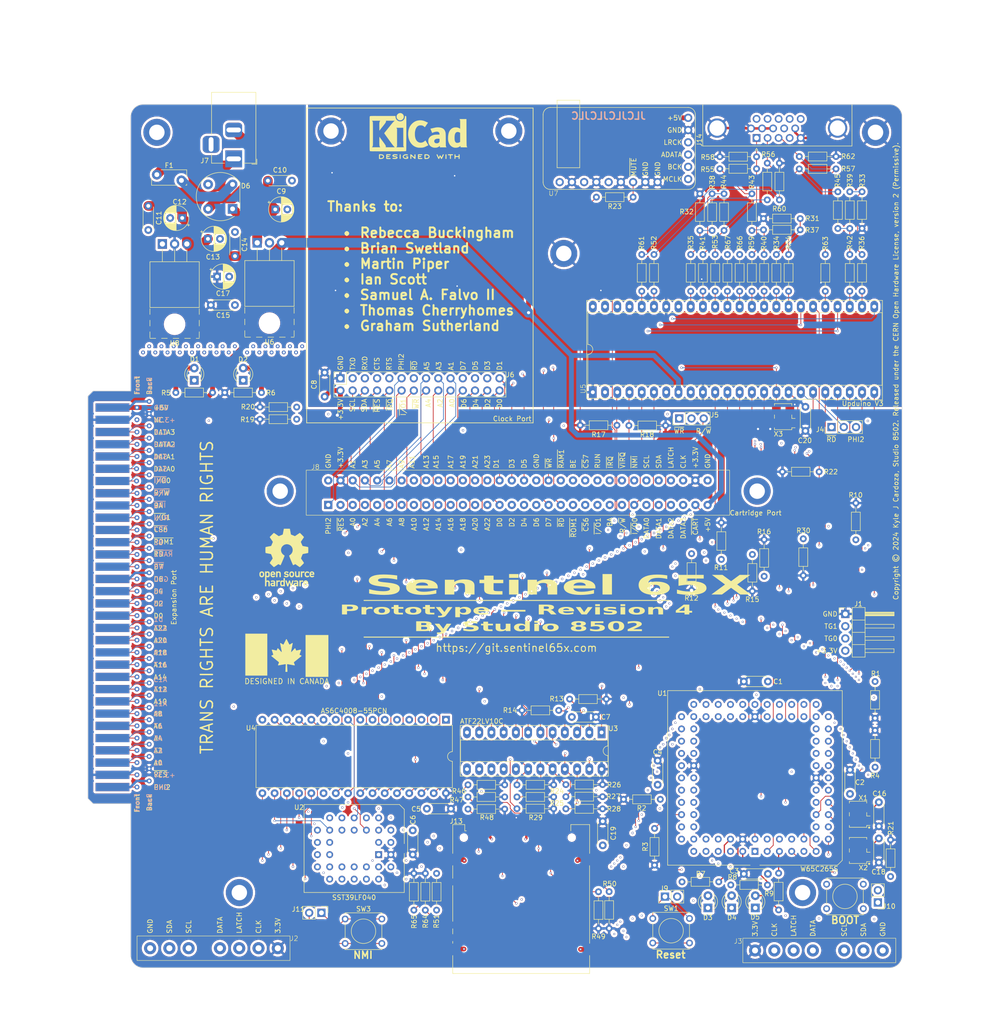
<source format=kicad_pcb>
(kicad_pcb
	(version 20240108)
	(generator "pcbnew")
	(generator_version "8.0")
	(general
		(thickness 1.6)
		(legacy_teardrops no)
	)
	(paper "A3")
	(layers
		(0 "F.Cu" signal "F.Cu (SMD)")
		(1 "In1.Cu" power "In1.Cu (GND)")
		(2 "In2.Cu" signal "In2.Cu (N-S)")
		(3 "In3.Cu" signal "In3.Cu. (E-W)")
		(4 "In4.Cu" power "In4.Cu (GND)")
		(31 "B.Cu" signal "B.Cu (MISC)")
		(32 "B.Adhes" user "B.Adhesive")
		(33 "F.Adhes" user "F.Adhesive")
		(34 "B.Paste" user)
		(35 "F.Paste" user)
		(36 "B.SilkS" user "B.Silkscreen")
		(37 "F.SilkS" user "F.Silkscreen")
		(38 "B.Mask" user)
		(39 "F.Mask" user)
		(40 "Dwgs.User" user "User.Drawings")
		(41 "Cmts.User" user "User.Comments")
		(42 "Eco1.User" user "User.Eco1")
		(43 "Eco2.User" user "User.Eco2")
		(44 "Edge.Cuts" user)
		(45 "Margin" user)
		(46 "B.CrtYd" user "B.Courtyard")
		(47 "F.CrtYd" user "F.Courtyard")
		(48 "B.Fab" user)
		(49 "F.Fab" user)
		(50 "User.1" user)
		(51 "User.2" user)
		(52 "User.3" user)
		(53 "User.4" user)
		(54 "User.5" user)
		(55 "User.6" user)
		(56 "User.7" user)
		(57 "User.8" user)
		(58 "User.9" user)
	)
	(setup
		(stackup
			(layer "F.SilkS"
				(type "Top Silk Screen")
				(color "White")
			)
			(layer "F.Paste"
				(type "Top Solder Paste")
			)
			(layer "F.Mask"
				(type "Top Solder Mask")
				(color "Red")
				(thickness 0.01)
			)
			(layer "F.Cu"
				(type "copper")
				(thickness 0.035)
			)
			(layer "dielectric 1"
				(type "prepreg")
				(thickness 0.1)
				(material "FR4")
				(epsilon_r 4.5)
				(loss_tangent 0.02)
			)
			(layer "In1.Cu"
				(type "copper")
				(thickness 0.035)
			)
			(layer "dielectric 2"
				(type "core")
				(thickness 0.535)
				(material "FR4")
				(epsilon_r 4.5)
				(loss_tangent 0.02)
			)
			(layer "In2.Cu"
				(type "copper")
				(thickness 0.035)
			)
			(layer "dielectric 3"
				(type "prepreg")
				(thickness 0.1)
				(material "FR4")
				(epsilon_r 4.5)
				(loss_tangent 0.02)
			)
			(layer "In3.Cu"
				(type "copper")
				(thickness 0.035)
			)
			(layer "dielectric 4"
				(type "core")
				(thickness 0.535)
				(material "FR4")
				(epsilon_r 4.5)
				(loss_tangent 0.02)
			)
			(layer "In4.Cu"
				(type "copper")
				(thickness 0.035)
			)
			(layer "dielectric 5"
				(type "prepreg")
				(color "#808080FF")
				(thickness 0.1)
				(material "FR4")
				(epsilon_r 4.5)
				(loss_tangent 0.02)
			)
			(layer "B.Cu"
				(type "copper")
				(thickness 0.035)
			)
			(layer "B.Mask"
				(type "Bottom Solder Mask")
				(color "Red")
				(thickness 0.01)
			)
			(layer "B.Paste"
				(type "Bottom Solder Paste")
			)
			(layer "B.SilkS"
				(type "Bottom Silk Screen")
				(color "White")
			)
			(copper_finish "None")
			(dielectric_constraints no)
		)
		(pad_to_mask_clearance 0)
		(allow_soldermask_bridges_in_footprints no)
		(grid_origin 123.070534 52.442679)
		(pcbplotparams
			(layerselection 0x00010fc_ffffffff)
			(plot_on_all_layers_selection 0x0000000_00000000)
			(disableapertmacros no)
			(usegerberextensions no)
			(usegerberattributes yes)
			(usegerberadvancedattributes yes)
			(creategerberjobfile yes)
			(dashed_line_dash_ratio 12.000000)
			(dashed_line_gap_ratio 3.000000)
			(svgprecision 4)
			(plotframeref no)
			(viasonmask no)
			(mode 1)
			(useauxorigin no)
			(hpglpennumber 1)
			(hpglpenspeed 20)
			(hpglpendiameter 15.000000)
			(pdf_front_fp_property_popups yes)
			(pdf_back_fp_property_popups yes)
			(dxfpolygonmode yes)
			(dxfimperialunits yes)
			(dxfusepcbnewfont yes)
			(psnegative no)
			(psa4output no)
			(plotreference yes)
			(plotvalue yes)
			(plotfptext yes)
			(plotinvisibletext no)
			(sketchpadsonfab no)
			(subtractmaskfromsilk no)
			(outputformat 1)
			(mirror no)
			(drillshape 0)
			(scaleselection 1)
			(outputdirectory "production/")
		)
	)
	(net 0 "")
	(net 1 "GND")
	(net 2 "+3.3V")
	(net 3 "/A1")
	(net 4 "/A3")
	(net 5 "/A5")
	(net 6 "/A7")
	(net 7 "/A9")
	(net 8 "/A11")
	(net 9 "/A13")
	(net 10 "/A15")
	(net 11 "/A17")
	(net 12 "/A19")
	(net 13 "/A21")
	(net 14 "/A23")
	(net 15 "/D1")
	(net 16 "/D3")
	(net 17 "/D5")
	(net 18 "/~{WR}")
	(net 19 "/BE")
	(net 20 "/RUN")
	(net 21 "/~{IRQ}")
	(net 22 "/~{VIRQ}")
	(net 23 "/~{NMI}")
	(net 24 "/I2C_SCL")
	(net 25 "/I2C_SDA")
	(net 26 "/SNES_LATCH")
	(net 27 "/SNES_CLK")
	(net 28 "/PHI2")
	(net 29 "/~{RES}")
	(net 30 "/A0")
	(net 31 "/A2")
	(net 32 "/A4")
	(net 33 "/A6")
	(net 34 "/A8")
	(net 35 "/A10")
	(net 36 "/A12")
	(net 37 "/A14")
	(net 38 "/A16")
	(net 39 "/A18")
	(net 40 "/A20")
	(net 41 "/A22")
	(net 42 "/D0")
	(net 43 "/D2")
	(net 44 "/D4")
	(net 45 "/D6")
	(net 46 "/D7")
	(net 47 "/~{RD}")
	(net 48 "/~{CS}6")
	(net 49 "/~{I{slash}O}1")
	(net 50 "/BA")
	(net 51 "/R{slash}~{W}")
	(net 52 "/~{I{slash}O}0")
	(net 53 "/SNES_DATA0")
	(net 54 "/SNES_DATA1")
	(net 55 "/SNES_DATA2")
	(net 56 "/SNES_DATA3")
	(net 57 "/MOSI")
	(net 58 "/RTS")
	(net 59 "/CTS")
	(net 60 "/BL1")
	(net 61 "/~{BOOT_SEL}")
	(net 62 "/RXD")
	(net 63 "/TXD")
	(net 64 "/FCLK")
	(net 65 "/CLK")
	(net 66 "/SCK")
	(net 67 "/~{CS}4")
	(net 68 "/~{CS}5")
	(net 69 "/~{CS}7")
	(net 70 "/~{FPGA_RESET}")
	(net 71 "/CDONE")
	(net 72 "/MISO")
	(net 73 "/~{SD_SS}")
	(net 74 "/~{ROM}0")
	(net 75 "/~{RAM}0")
	(net 76 "Net-(D1-A)")
	(net 77 "Net-(D3-A)")
	(net 78 "/~{RAM}1")
	(net 79 "/~{ROM}1")
	(net 80 "/VERA_18")
	(net 81 "+5V")
	(net 82 "/SYSCLK")
	(net 83 "/R0")
	(net 84 "/R2")
	(net 85 "/R1")
	(net 86 "/G0")
	(net 87 "/R3")
	(net 88 "/G2")
	(net 89 "/G1")
	(net 90 "/B0")
	(net 91 "/G3")
	(net 92 "/B2")
	(net 93 "/B1")
	(net 94 "/HSYNC")
	(net 95 "/B3")
	(net 96 "/VSYNC")
	(net 97 "/BCK")
	(net 98 "/ADATA")
	(net 99 "/LRCK")
	(net 100 "/BLUE")
	(net 101 "/GREEN")
	(net 102 "/RED")
	(net 103 "Net-(D2-A)")
	(net 104 "Net-(D4-A)")
	(net 105 "Net-(D5-A)")
	(net 106 "/BL2")
	(net 107 "/BL3")
	(net 108 "/VERA_7")
	(net 109 "Net-(D6-+)")
	(net 110 "unconnected-(J7-MountPin-Pad3)")
	(net 111 "unconnected-(J12-Pin_b31-Padb31)")
	(net 112 "unconnected-(J12-Pin_b31-Padb31)_0")
	(net 113 "Net-(J13-DAT1)")
	(net 114 "Net-(J13-DAT2)")
	(net 115 "unconnected-(J14-Pad11)")
	(net 116 "unconnected-(J14-Pad4)")
	(net 117 "unconnected-(J14-Pad15)")
	(net 118 "unconnected-(J14-Pad9)")
	(net 119 "Net-(R32-Pad2)")
	(net 120 "unconnected-(U1A-~{FCLKO}-Pad15)")
	(net 121 "unconnected-(U1A-RUN-Pad14)")
	(net 122 "unconnected-(U1A-BA-Pad21)")
	(net 123 "unconnected-(U1A-~{CLKO}-Pad19)")
	(net 124 "unconnected-(U5-+3.3V-Pad9)")
	(net 125 "unconnected-(U5-FLASH_MISO-Pad45)")
	(net 126 "unconnected-(U5-CLK_12M_EXT-Pad41)")
	(net 127 "unconnected-(U5-FT_SCK-Pad47)")
	(net 128 "unconnected-(U5-~{FT_SS}-Pad48)")
	(net 129 "unconnected-(U5-FLASH_MOSI-Pad46)")
	(net 130 "unconnected-(U5-VIO-Pad2)")
	(net 131 "unconnected-(J14-Pad12)")
	(net 132 "Net-(R31-Pad2)")
	(net 133 "Net-(R37-Pad2)")
	(net 134 "Net-(R33-Pad2)")
	(net 135 "Net-(R38-Pad2)")
	(net 136 "Net-(R39-Pad2)")
	(net 137 "Net-(R44-Pad2)")
	(net 138 "Net-(R43-Pad2)")
	(net 139 "Net-(R45-Pad2)")
	(net 140 "unconnected-(U3-IN-Pad13)")
	(net 141 "unconnected-(U3-I{slash}O-Pad16)")
	(net 142 "unconnected-(U3-I{slash}O-Pad15)")
	(net 143 "unconnected-(U3-I{slash}O-Pad17)")
	(net 144 "unconnected-(U3-I{slash}O-Pad14)")
	(net 145 "unconnected-(U7-A3V3-Pad11)")
	(net 146 "unconnected-(U7-ROUT-Pad9)")
	(net 147 "/~{CART}")
	(net 148 "/~{SD_WP}")
	(net 149 "/~{SD_CD}")
	(net 150 "unconnected-(U7-LOUT-Pad7)")
	(net 151 "/~{MUTE}")
	(net 152 "/TG0")
	(net 153 "/TG1")
	(net 154 "Net-(D6-Pad4)")
	(net 155 "Net-(D6-Pad2)")
	(net 156 "Net-(F1-Pad1)")
	(net 157 "Net-(J14-Pad13)")
	(net 158 "Net-(J14-Pad14)")
	(footprint "Resistor_THT:R_Axial_DIN0204_L3.6mm_D1.6mm_P7.62mm_Horizontal" (layer "F.Cu") (at 218.023531 149.586827 90))
	(footprint "Resistor_THT:R_Axial_DIN0204_L3.6mm_D1.6mm_P7.62mm_Horizontal" (layer "F.Cu") (at 156.55 197.875))
	(footprint "Capacitor_THT:C_Disc_D4.3mm_W1.9mm_P5.00mm" (layer "F.Cu") (at 195.918531 187.826827 -90))
	(footprint "Capacitor_THT:C_Disc_D4.3mm_W1.9mm_P5.00mm" (layer "F.Cu") (at 241.828173 208.96 90))
	(footprint "Resistor_THT:R_Axial_DIN0204_L3.6mm_D1.6mm_P7.62mm_Horizontal" (layer "F.Cu") (at 229.434306 127.897878 180))
	(footprint "Resistor_THT:R_Axial_DIN0204_L3.6mm_D1.6mm_P7.62mm_Horizontal" (layer "F.Cu") (at 188.846198 195.85349))
	(footprint "Symbol:OSHW-Logo_11.4x12mm_SilkScreen" (layer "F.Cu") (at 118.942135 145.687679))
	(footprint "Resistor_THT:R_Axial_DIN0204_L3.6mm_D1.6mm_P7.62mm_Horizontal" (layer "F.Cu") (at 210.395852 82.822679 -90))
	(footprint "Resistor_THT:R_Axial_DIN0204_L3.6mm_D1.6mm_P7.62mm_Horizontal" (layer "F.Cu") (at 204.680852 70.218531 -90))
	(footprint "Capacitor_THT:C_Disc_D4.3mm_W1.9mm_P5.00mm" (layer "F.Cu") (at 184.518267 200.4066 -90))
	(footprint "Resistor_THT:R_Axial_DIN0204_L3.6mm_D1.6mm_P7.62mm_Horizontal" (layer "F.Cu") (at 175.381704 177.395358 180))
	(footprint "Resistor_THT:R_Axial_DIN0204_L3.6mm_D1.6mm_P7.62mm_Horizontal" (layer "F.Cu") (at 238.335852 77.421827 90))
	(footprint "Connector:SNES Controller Port (Female, 90º, THT)" (layer "F.Cu") (at 101.832102 226.745 180))
	(footprint "Capacitor_THT:C_Disc_D4.3mm_W1.9mm_P5.00mm" (layer "F.Cu") (at 90.193531 72.741827 -90))
	(footprint "Connector_PinHeader_2.54mm:PinHeader_1x04_P2.54mm_Horizontal" (layer "F.Cu") (at 234.87 157.4))
	(footprint "Resistor_THT:R_Axial_DIN0204_L3.6mm_D1.6mm_P7.62mm_Horizontal" (layer "F.Cu") (at 218.668173 71.488531 90))
	(footprint "Capacitor_THT:C_Disc_D4.3mm_W1.9mm_P5.00mm" (layer "F.Cu") (at 226.588173 119.423531 90))
	(footprint "Connector_Card:SD_Hirose_DM1AA_SF_PEJ82" (layer "F.Cu") (at 167.589126 216.546139))
	(footprint "Connector_BarrelJack:BarrelJack_Horizontal" (layer "F.Cu") (at 107.928531 62.981827 -90))
	(footprint "Resistor_THT:R_Axial_DIN0204_L3.6mm_D1.6mm_P7.62mm_Horizontal" (layer "F.Cu") (at 225.506704 77.700358 180))
	(footprint "MountingHole:MountingHole_3.2mm_M3_DIN965_Pad" (layer "F.Cu") (at 128.117172 57.207679))
	(footprint "Resistor_THT:R_Axial_DIN0204_L3.6mm_D1.6mm_P7.62mm_Horizontal" (layer "F.Cu") (at 166.71 195.36))
	(footprint "Capacitor_THT:C_Disc_D4.3mm_W1.9mm_P5.00mm" (layer "F.Cu") (at 241.828173 201.453531 90))
	(footprint "Capacitor_THT:C_Disc_D4.3mm_W1.9mm_P5.00mm" (layer "F.Cu") (at 103.177518 93.309624))
	(footprint "Connector_PinHeader_2.54mm:PinHeader_1x02_P2.54mm_Vertical" (layer "F.Cu") (at 241.623621 217.254071 180))
	(footprint "Oscillator:Oscillator_SMD_EuroQuartz_XO53-4Pin_5.0x3.2mm_HandSoldering" (layer "F.Cu") (at 221.955852 116.463392 90))
	(footprint "Connector:Conn_Edge_2x32_THT_2.54mm_Male"
		(layer "F.Cu")
		(uuid "4796905e-545d-47e7-ab3c-4a0391ef238b")
		(at 82.760852 155.212679 90)
		(property "Reference" "J12"
			(at 10.16 -23.995 90)
			(unlocked yes)
			(layer "F.SilkS")
			(hide yes)
			(uuid "aca119be-96f6-4082-bd1f-0310194cc88e")
			(effects
				(font
					(size 1 1)
					(thickness 0.1)
				)
			)
		)
		(property "Value" "2x32 2.54mm Card Edge Connector"
			(at 10.16 -22.495 90)
			(unlocked yes)
			(layer "F.Fab")
			(uuid "53b5751c-c238-4ad4-9eb5-56729c770d25")
			(effects
				(font
					(size 1 1)
					(thickness 0.15)
				)
			)
		)
		(property "Footprint" "Connector:Conn_Edge_2x32_THT_2.54mm_Male"
			(at 0 0 90)
			(unlocked yes)
			(layer "F.Fab")
			(hide yes)
			(uuid "3fce0bb5-5936-4657-ba68-fc0c4aeaaee2")
			(effects
				(font
					(size 1.27 1.27)
				)
			)
		)
		(property "Datasheet" ""
			(at 0 0 90)
			(unlocked yes)
			(layer "F.Fab")
			(hide yes)
			(uuid "1dbb8393-8c43-437e-bf45-fbd7ad194fdb")
			(effects
				(font
					(size 1.27 1.27)
				)
			)
		)
		(property "Description" ""
			(at 0 0 90)
			(unlocked yes)
			(layer "F.Fab")
			(hide yes)
			(uuid "9d41e489-00b4-4574-b3e9-cf5acf4e68e6")
			(effects
				(font
					(size 1.27 1.27)
				)
			)
		)
		(property ki_fp_filters "Connector*:*_2x??_*")
		(path "/4681393f-742b-42eb-929f-821923816de7")
		(sheetname "Root")
		(sheetfile "Prototype 4 (PTH).kicad_sch")
		(attr through_hole exclude_from_pos_files exclude_from_bom)
		(fp_line
			(start 43 -5.08)
			(end 44.05758 -4.014303)
			(stroke
				(width 0.1)
				(type default)
			)
			(layer "Edge.Cuts")
			(uuid "fd26207d-ae5d-4015-b24f-4048db5a2730")
		)
		(fp_line
			(start -40.46 -5.08)
			(end 43 -5.08)
			(stroke
				(width 0.1)
				(type default)
			)
			(layer "Edge.Cuts")
			(uuid "cd976c4f-54b4-4c3a-8d2d-420cebf84a1a")
		)
		(fp_line
			(start -40.46 -5.08)
			(end -41.51758 -4.014303)
			(stroke
				(width 0.1)
				(type default)
			)
			(layer "Edge.Cuts")
			(uuid "c853919f-40f2-496b-a5c1-5e62cf4ee5f6")
		)
		(fp_line
			(start -41.51758 -4.014303)
			(end -41.520319 3.81)
			(stroke
				(width 0.1)
				(type default)
			)
			(layer "Edge.Cuts")
			(uuid "c515b7c3-614c-431c-9594-2f598a1c3af8")
		)
		(fp_line
			(start 44.054841 3.81)
			(end 44.05758 -4.014303)
			(stroke
				(width 0.1)
				(type default)
			)
			(layer "Edge.Cuts")
			(uuid "15c174bc-40f3-4552-9911-4324d59a4acc")
		)
		(fp_line
			(start 44.054841 3.81)
			(end 44.45 3.81)
			(stroke
				(width 0.1)
				(type default)
			)
			(layer "Edge.Cuts")
			(uuid "08d4d441-ebf1-4056-a391-e1b13176cb9a")
		)
		(fp_line
			(start -41.520319 3.81)
			(end -41.91 3.81)
			(stroke
				(width 0.1)
				(type default)
			)
			(layer "Edge.Cuts")
			(uuid "50b07f0e-059a-462c-8610-8d831930bac8")
		)
		(fp_rect
			(start 44.45 -5.08)
			(end -41.91 3.81)
			(stroke
				(width 0.05)
				(type default)
			)
			(fill none)
			(layer "B.CrtYd")
			(uuid "cd0b4cc3-6b7b-4f7a-ab8b-5d38182077fb")
		)
		(fp_rect
			(start -41.91 -5.08)
			(end 44.45 3.81)
			(stroke
				(width 0.05)
				(type default)
			)
			(fill none)
			(layer "F.CrtYd")
			(uuid "1fbbae3e-e68f-4f67-911b-50172759d681")
		)
		(fp_text user "${REFERENCE}"
			(at 10.16 -20.995 90)
			(unlocked yes)
			(layer "F.Fab")
			(uuid "280cc3f5-7dd6-44cd-9357-3734f1085ebe")
			(effects
				(font
					(size 1 1)
					(thickness 0.15)
				)
			)
		)
		(pad "a1" connect rect
			(at -38.1 0 90)
			(size 1.7 7)
			(layers "B.Cu" "B.Mask")
			(net 1 "GND")
			(pinfunction "Pin_a1")
			(pintype "passive")
			(uuid "39efb8b8-842b-49ed-b97f-c5742edf3b30")
		)
		(pad "a1" thru_hole circle
			(at -36.83 7.62 90)
			(size 1 1)
			(drill 0.5)
			(layers "*.Cu" "*.Mask")
			(remove_unused_layers no)
			(net 1 "GND")
			(pinfunction "Pin_a1")
			(pintype "passive")
			(uuid "0140ac0a-d66c-4c87-b933-594335198d4a")
		)
		(pad "a2" connect rect
			(at -35.56 0 90)
			(size 1.7 7)
			(layers "B.Cu" "B.Mask")
			(net 2 "+3.3V")
			(pinfunction "Pin_a2")
			(pintype "passive")
			(uuid "4509b36b-8620-4081-9556-c3a4adb63e24")
		)
		(pad "a2" thru_hole circle
			(at -34.29 7.62 90)
			(size 1 1)
			(drill 0.5)
			(layers "*.Cu" "*.Mask")
			(remove_unused_layers no)
			(net 2 "+3.3V")
			(pinfunction "Pin_a2")
			(pintype "passive")
			(uuid "ace7abd8-af09-40cb-83da-1b25130e6de1")
		)
		(pad "a3" connect rect
			(at -33.02 0 90)
			(size 1.7 7)
			(layers "B.Cu" "B.Mask")
			(net 3 "/A1")
			(pinfunction "Pin_a3")
			(pintype "passive")
			(uuid "f2db0a4f-6923-45da-8e4b-ab7ae2ec49a3")
		)
		(pad "a3" thru_hole circle
			(at -31.75 7.62 90)
			(size 1 1)
			(drill 0.5)
			(layers "*.Cu" "*.Mask")
			(remove_unused_layers no)
			(net 3 "/A1")
			(pinfunction "Pin_a3")
			(pintype "passive")
			(uuid "0c5eebb6-86d8-4b30-9e50-2497adf69f71")
		)
		(pad "a4" connect rect
			(at -30.48 0 90)
			(size 1.7 7)
			(layers "B.Cu" "B.Mask")
			(net 4 "/A3")
			(pinfunction "Pin_a4")
			(pintype "passive")
			(uuid "dca25041-533c-4780-8b00-016e4e574c5c")
		)
		(pad "a4" thru_hole circle
			(at -29.21 7.62 90)
			(size 1 1)
			(drill 0.5)
			(layers "*.Cu" "*.Mask")
			(remove_unused_layers no)
			(net 4 "/A3")
			(pinfunction "Pin_a4")
			(pintype "passive")
			(uuid "05a70a27-034a-4f51-9d0a-14788ed74601")
		)
		(pad "a5" connect rect
			(at -27.94 0 90)
			(size 1.7 7)
			(layers "B.Cu" "B.Mask")
			(net 5 "/A5")
			(pinfunction "Pin_a5")
			(pintype "passive")
			(uuid "01458549-d65e-40ae-981b-a7fd78016dbd")
		)
		(pad "a5" thru_hole circle
			(at -26.67 7.62 90)
			(size 1 1)
			(drill 0.5)
			(layers "*.Cu" "*.Mask")
			(remove_unused_layers no)
			(net 5 "/A5")
			(pinfunction "Pin_a5")
			(pintype "passive")
			(uuid "c4f72d13-5578-4eb0-bfbc-0795818fefff")
		)
		(pad "a6" connect rect
			(at -25.4 0 90)
			(size 1.7 7)
			(layers "B.Cu" "B.Mask")
			(net 6 "/A7")
			(pinfunction "Pin_a6")
			(pintype "passive")
			(uuid "4ce406d5-248c-4240-b0b1-630ff372e342")
		)
		(pad "a6" thru_hole circle
			(at -24.13 7.62 90)
			(size 1 1)
			(drill 0.5)
			(layers "*.Cu" "*.Mask")
			(remove_unused_layers no)
			(net 6 "/A7")
			(pinfunction "Pin
... [8132951 chars truncated]
</source>
